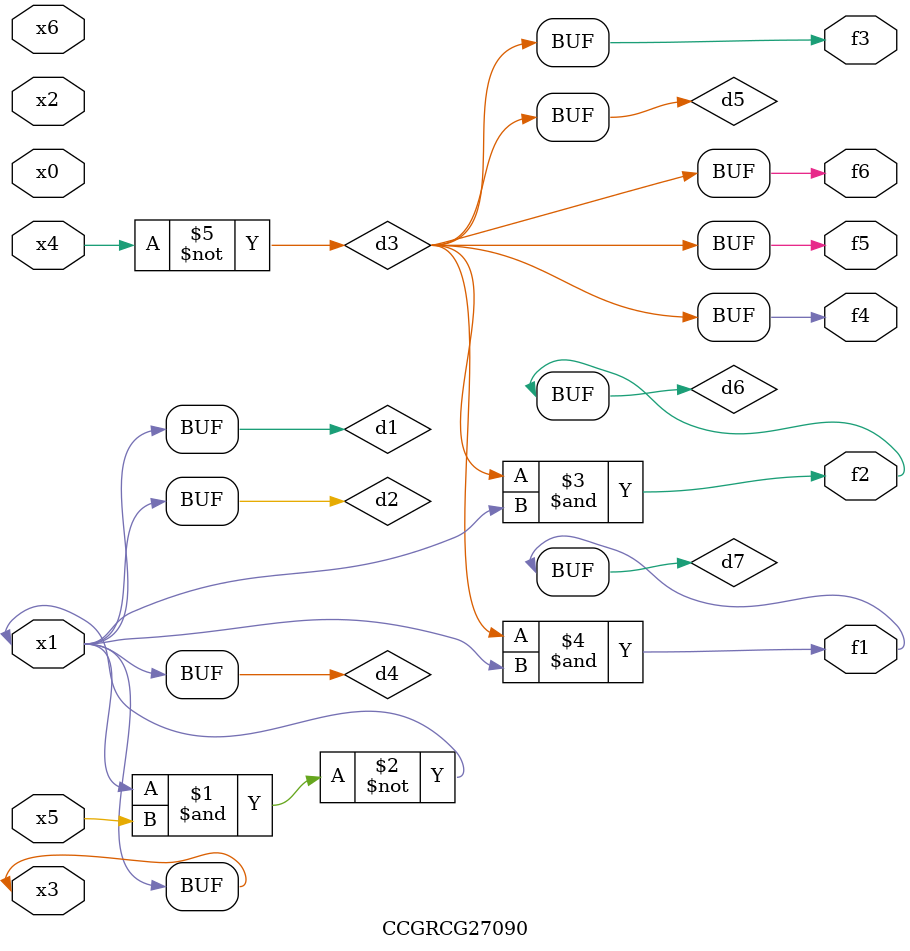
<source format=v>
module CCGRCG27090(
	input x0, x1, x2, x3, x4, x5, x6,
	output f1, f2, f3, f4, f5, f6
);

	wire d1, d2, d3, d4, d5, d6, d7;

	buf (d1, x1, x3);
	nand (d2, x1, x5);
	not (d3, x4);
	buf (d4, d1, d2);
	buf (d5, d3);
	and (d6, d3, d4);
	and (d7, d3, d4);
	assign f1 = d7;
	assign f2 = d6;
	assign f3 = d5;
	assign f4 = d5;
	assign f5 = d5;
	assign f6 = d5;
endmodule

</source>
